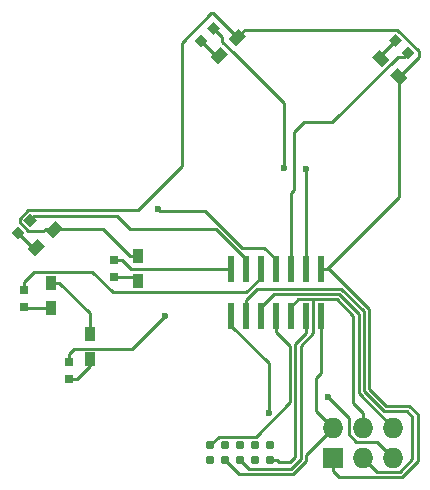
<source format=gbr>
G04 #@! TF.FileFunction,Copper,L2,Bot,Signal*
%FSLAX46Y46*%
G04 Gerber Fmt 4.6, Leading zero omitted, Abs format (unit mm)*
G04 Created by KiCad (PCBNEW 4.0.5+dfsg1-4) date Sun Sep 22 16:13:37 2019*
%MOMM*%
%LPD*%
G01*
G04 APERTURE LIST*
%ADD10C,0.100000*%
%ADD11R,0.797560X0.797560*%
%ADD12R,0.600000X2.200000*%
%ADD13C,0.787400*%
%ADD14R,1.727200X1.727200*%
%ADD15O,1.727200X1.727200*%
%ADD16R,0.900000X1.200000*%
%ADD17C,0.600000*%
%ADD18C,0.250000*%
G04 APERTURE END LIST*
D10*
G36*
X74189835Y-35228205D02*
X74753795Y-35792165D01*
X74189835Y-36356125D01*
X73625875Y-35792165D01*
X74189835Y-35228205D01*
X74189835Y-35228205D01*
G37*
G36*
X73130165Y-36287875D02*
X73694125Y-36851835D01*
X73130165Y-37415795D01*
X72566205Y-36851835D01*
X73130165Y-36287875D01*
X73130165Y-36287875D01*
G37*
G36*
X91263795Y-37867835D02*
X90699835Y-38431795D01*
X90135875Y-37867835D01*
X90699835Y-37303875D01*
X91263795Y-37867835D01*
X91263795Y-37867835D01*
G37*
G36*
X90204125Y-36808165D02*
X89640165Y-37372125D01*
X89076205Y-36808165D01*
X89640165Y-36244205D01*
X90204125Y-36808165D01*
X90204125Y-36808165D01*
G37*
D11*
X61976000Y-64020700D03*
X61976000Y-65519300D03*
X58166000Y-57924700D03*
X58166000Y-59423300D03*
D10*
G36*
X58680000Y-51484205D02*
X59243960Y-52048165D01*
X58680000Y-52612125D01*
X58116040Y-52048165D01*
X58680000Y-51484205D01*
X58680000Y-51484205D01*
G37*
G36*
X57620330Y-52543875D02*
X58184290Y-53107835D01*
X57620330Y-53671795D01*
X57056370Y-53107835D01*
X57620330Y-52543875D01*
X57620330Y-52543875D01*
G37*
D11*
X65786000Y-55384700D03*
X65786000Y-56883300D03*
D12*
X83312000Y-56166000D03*
X83312000Y-60166000D03*
X82042000Y-56166000D03*
X82042000Y-60166000D03*
X80772000Y-56166000D03*
X80772000Y-60166000D03*
X79502000Y-56166000D03*
X79502000Y-60166000D03*
X78232000Y-56166000D03*
X78232000Y-60166000D03*
X76962000Y-56166000D03*
X76962000Y-60166000D03*
X75692000Y-56166000D03*
X75692000Y-60166000D03*
D13*
X79030000Y-72360000D03*
X77760000Y-72360000D03*
X76490000Y-72360000D03*
X75220000Y-72360000D03*
X73950000Y-72360000D03*
X73950000Y-71090000D03*
X75220000Y-71090000D03*
X76490000Y-71090000D03*
X77760000Y-71090000D03*
X79030000Y-71090000D03*
D14*
X84328000Y-72136000D03*
D15*
X84328000Y-69596000D03*
X86868000Y-72136000D03*
X86868000Y-69596000D03*
X89408000Y-72136000D03*
X89408000Y-69596000D03*
D16*
X67818000Y-57234000D03*
X67818000Y-55034000D03*
D10*
G36*
X59060117Y-55114279D02*
X58423721Y-54477883D01*
X59272249Y-53629355D01*
X59908645Y-54265751D01*
X59060117Y-55114279D01*
X59060117Y-55114279D01*
G37*
G36*
X60615751Y-53558645D02*
X59979355Y-52922249D01*
X60827883Y-52073721D01*
X61464279Y-52710117D01*
X60615751Y-53558645D01*
X60615751Y-53558645D01*
G37*
D16*
X60452000Y-59520000D03*
X60452000Y-57320000D03*
X63754000Y-63838000D03*
X63754000Y-61638000D03*
D10*
G36*
X87631904Y-38232117D02*
X88268300Y-37595721D01*
X89116828Y-38444249D01*
X88480432Y-39080645D01*
X87631904Y-38232117D01*
X87631904Y-38232117D01*
G37*
G36*
X89187538Y-39787751D02*
X89823934Y-39151355D01*
X90672462Y-39999883D01*
X90036066Y-40636279D01*
X89187538Y-39787751D01*
X89187538Y-39787751D01*
G37*
G36*
X74554117Y-38858279D02*
X73917721Y-38221883D01*
X74766249Y-37373355D01*
X75402645Y-38009751D01*
X74554117Y-38858279D01*
X74554117Y-38858279D01*
G37*
G36*
X76109751Y-37302645D02*
X75473355Y-36666249D01*
X76321883Y-35817721D01*
X76958279Y-36454117D01*
X76109751Y-37302645D01*
X76109751Y-37302645D01*
G37*
D17*
X80147000Y-47620000D03*
X82042000Y-47700000D03*
X70090000Y-60160000D03*
X69490000Y-51070475D03*
X60721817Y-52816183D03*
X60452000Y-57320000D03*
X77760000Y-72360000D03*
X78877000Y-68380000D03*
X83937000Y-67040000D03*
D18*
X74930000Y-36920000D02*
X74930000Y-36532330D01*
X74930000Y-36532330D02*
X74189835Y-35792165D01*
X80147000Y-47620000D02*
X80147000Y-42100000D01*
X75977000Y-37930000D02*
X80147000Y-42100000D01*
X74930000Y-36920000D02*
X75940000Y-37930000D01*
X75940000Y-37930000D02*
X75977000Y-37930000D01*
X82042000Y-56166000D02*
X82042000Y-51365000D01*
X82042000Y-51365000D02*
X82042000Y-47700000D01*
X74660183Y-38115817D02*
X74394147Y-38115817D01*
X74394147Y-38115817D02*
X73130165Y-36851835D01*
X81855600Y-43739460D02*
X80995060Y-44600000D01*
X80772000Y-49720000D02*
X80772000Y-54816000D01*
X80995060Y-44600000D02*
X80995060Y-49496940D01*
X80995060Y-49496940D02*
X80772000Y-49720000D01*
X90699835Y-37867835D02*
X90347145Y-38220525D01*
X90347145Y-38220525D02*
X89802005Y-38220525D01*
X89802005Y-38220525D02*
X84283070Y-43739460D01*
X84283070Y-43739460D02*
X81855600Y-43739460D01*
X80772000Y-54816000D02*
X80772000Y-56166000D01*
X88376183Y-38338183D02*
X88376183Y-38072147D01*
X88376183Y-38072147D02*
X89640165Y-36808165D01*
X70090000Y-60160000D02*
X67337001Y-62912999D01*
X67337001Y-62912999D02*
X62434921Y-62912999D01*
X62434921Y-62912999D02*
X61976000Y-63371920D01*
X61976000Y-63371920D02*
X61976000Y-64020700D01*
X73477875Y-51245465D02*
X69664990Y-51245465D01*
X69664990Y-51245465D02*
X69490000Y-51070475D01*
X76622410Y-54390000D02*
X73477875Y-51245465D01*
X79502000Y-56166000D02*
X79502000Y-55366000D01*
X79502000Y-55366000D02*
X78526000Y-54390000D01*
X78526000Y-54390000D02*
X76622410Y-54390000D01*
X63754000Y-63838000D02*
X63754000Y-64390080D01*
X63754000Y-64390080D02*
X62624780Y-65519300D01*
X62624780Y-65519300D02*
X61976000Y-65519300D01*
X58166000Y-57924700D02*
X58166000Y-57275920D01*
X58166000Y-57275920D02*
X59046921Y-56394999D01*
X59046921Y-56394999D02*
X63915137Y-56394999D01*
X63915137Y-56394999D02*
X65679139Y-58159001D01*
X78232000Y-56909590D02*
X78232000Y-56166000D01*
X65679139Y-58159001D02*
X76982589Y-58159001D01*
X76982589Y-58159001D02*
X78232000Y-56909590D01*
X60452000Y-59520000D02*
X58262700Y-59520000D01*
X58262700Y-59520000D02*
X58166000Y-59423300D01*
X76962000Y-56166000D02*
X76962000Y-55366000D01*
X76962000Y-55366000D02*
X74406000Y-52810000D01*
X74406000Y-52810000D02*
X67154525Y-52810000D01*
X67154525Y-52810000D02*
X66040000Y-51695475D01*
X66040000Y-51695475D02*
X59048525Y-51695475D01*
X59048525Y-51695475D02*
X58695835Y-52048165D01*
X59166183Y-54371817D02*
X58900147Y-54371817D01*
X58900147Y-54371817D02*
X57636165Y-53107835D01*
X75692000Y-56166000D02*
X75142000Y-56166000D01*
X75142000Y-56166000D02*
X75135519Y-56159519D01*
X67209599Y-56159519D02*
X66434780Y-55384700D01*
X75135519Y-56159519D02*
X67209599Y-56159519D01*
X66434780Y-55384700D02*
X65786000Y-55384700D01*
X65786000Y-56883300D02*
X67467300Y-56883300D01*
X67467300Y-56883300D02*
X67818000Y-57234000D01*
X60721817Y-52816183D02*
X59985421Y-52816183D01*
X58545374Y-52937135D02*
X57791030Y-52182791D01*
X59985421Y-52816183D02*
X59864469Y-52937135D01*
X59864469Y-52937135D02*
X58545374Y-52937135D01*
X57791030Y-52182791D02*
X57791030Y-51913539D01*
X57791030Y-51913539D02*
X58545374Y-51159195D01*
X58545374Y-51159195D02*
X67833730Y-51159195D01*
X89931817Y-39893817D02*
X89931817Y-50096183D01*
X89931817Y-50096183D02*
X83862000Y-56166000D01*
X83862000Y-56166000D02*
X83312000Y-56166000D01*
X76215817Y-36560183D02*
X76856805Y-35919195D01*
X91588805Y-37733209D02*
X91588805Y-38236829D01*
X76856805Y-35919195D02*
X89774791Y-35919195D01*
X89774791Y-35919195D02*
X91588805Y-37733209D01*
X91588805Y-38236829D02*
X90320725Y-39504909D01*
X90320725Y-39504909D02*
X89931817Y-39893817D01*
X60721817Y-52816183D02*
X60600865Y-52937135D01*
X71520000Y-47472925D02*
X71520000Y-37030000D01*
X71520000Y-37030000D02*
X74020000Y-34530000D01*
X67833730Y-51159195D02*
X71520000Y-47472925D01*
X74020000Y-34530000D02*
X74185634Y-34530000D01*
X74185634Y-34530000D02*
X76215817Y-36560183D01*
X63754000Y-61638000D02*
X63754000Y-59922000D01*
X63754000Y-59922000D02*
X61152000Y-57320000D01*
X61152000Y-57320000D02*
X60452000Y-57320000D01*
X84328000Y-72136000D02*
X84328000Y-73249600D01*
X84328000Y-73249600D02*
X84853011Y-73774611D01*
X87401022Y-66316202D02*
X87401022Y-59565591D01*
X84853011Y-73774611D02*
X90164930Y-73774610D01*
X90164930Y-73774610D02*
X91496621Y-72442919D01*
X87401022Y-59565591D02*
X84001431Y-56166000D01*
X91496621Y-72442919D02*
X91496620Y-68490210D01*
X90746400Y-67739990D02*
X88824810Y-67739990D01*
X91496620Y-68490210D02*
X90746400Y-67739990D01*
X88824810Y-67739990D02*
X87401022Y-66316202D01*
X84001431Y-56166000D02*
X83862000Y-56166000D01*
X67818000Y-55034000D02*
X67118000Y-55034000D01*
X67118000Y-55034000D02*
X64900183Y-52816183D01*
X64900183Y-52816183D02*
X61458213Y-52816183D01*
X61458213Y-52816183D02*
X60721817Y-52816183D01*
X83312000Y-60166000D02*
X83312000Y-65010000D01*
X82890000Y-68170000D02*
X82890000Y-65432000D01*
X82890000Y-65432000D02*
X83312000Y-65010000D01*
X83300000Y-68580000D02*
X82890000Y-68170000D01*
X83312000Y-68580000D02*
X83300000Y-68580000D01*
X83312000Y-68580000D02*
X84328000Y-69596000D01*
X82040018Y-72471846D02*
X82040018Y-71883982D01*
X82040018Y-71883982D02*
X84328000Y-69596000D01*
X75220000Y-72360000D02*
X76388710Y-73528710D01*
X76388710Y-73528710D02*
X80983156Y-73528710D01*
X80983156Y-73528710D02*
X82040018Y-72471846D01*
X81140000Y-62520000D02*
X82042000Y-61618000D01*
X82042000Y-61618000D02*
X82042000Y-60166000D01*
X81140000Y-72099046D02*
X81140000Y-62520000D01*
X79030000Y-72360000D02*
X79586775Y-72360000D01*
X79586775Y-72360000D02*
X79772076Y-72545301D01*
X79772076Y-72545301D02*
X80693745Y-72545301D01*
X80693745Y-72545301D02*
X81140000Y-72099046D01*
X82602001Y-58740999D02*
X82667001Y-58805999D01*
X77208701Y-73078701D02*
X76883699Y-72753699D01*
X82667001Y-58805999D02*
X82667001Y-61629409D01*
X80791299Y-73078701D02*
X77208701Y-73078701D01*
X82667001Y-61629409D02*
X81590010Y-62706400D01*
X81590010Y-62706400D02*
X81590009Y-72285447D01*
X80880145Y-72995311D02*
X80874689Y-72995311D01*
X81590009Y-72285447D02*
X80880145Y-72995311D01*
X80874689Y-72995311D02*
X80791299Y-73078701D01*
X76883699Y-72753699D02*
X76490000Y-72360000D01*
X82602001Y-58740999D02*
X84644589Y-58740999D01*
X84644589Y-58740999D02*
X86050992Y-60147402D01*
X86050992Y-60147402D02*
X86050992Y-67557678D01*
X86050992Y-67557678D02*
X86868000Y-68374686D01*
X86868000Y-68374686D02*
X86868000Y-69596000D01*
X80772000Y-60166000D02*
X80772000Y-59366000D01*
X80772000Y-59366000D02*
X81397001Y-58740999D01*
X81397001Y-58740999D02*
X82602001Y-58740999D01*
X79502000Y-60166000D02*
X79502000Y-61516000D01*
X79502000Y-61516000D02*
X80689990Y-62703990D01*
X80689990Y-62703990D02*
X80689990Y-67460010D01*
X80689990Y-67460010D02*
X77778701Y-70371299D01*
X77778701Y-70371299D02*
X74668701Y-70371299D01*
X74668701Y-70371299D02*
X73950000Y-71090000D01*
X78232000Y-60166000D02*
X78232000Y-59366000D01*
X86501002Y-59961002D02*
X86501002Y-66689002D01*
X78232000Y-59366000D02*
X79307013Y-58290988D01*
X86501002Y-66689002D02*
X89408000Y-69596000D01*
X79307013Y-58290988D02*
X84830990Y-58290990D01*
X84830990Y-58290990D02*
X86501002Y-59961002D01*
X76962000Y-60166000D02*
X76962000Y-58816000D01*
X85040000Y-57863590D02*
X86951012Y-59774602D01*
X91046611Y-72256519D02*
X89978529Y-73324601D01*
X76962000Y-58816000D02*
X77937021Y-57840979D01*
X85040000Y-57840979D02*
X85040000Y-57863590D01*
X77937021Y-57840979D02*
X85040000Y-57840979D01*
X86951012Y-59774602D02*
X86951012Y-66502602D01*
X86951012Y-66502602D02*
X88638410Y-68190000D01*
X88638410Y-68190000D02*
X90560000Y-68190000D01*
X88056601Y-73324601D02*
X87731599Y-72999599D01*
X90560000Y-68190000D02*
X91046611Y-68676611D01*
X91046611Y-68676611D02*
X91046611Y-72256519D01*
X87731599Y-72999599D02*
X86868000Y-72136000D01*
X89978529Y-73324601D02*
X88056601Y-73324601D01*
X75692000Y-60166000D02*
X75692000Y-60966000D01*
X75692000Y-60966000D02*
X78877000Y-64151000D01*
X78877000Y-64151000D02*
X78877000Y-67955736D01*
X78877000Y-68380000D02*
X78877000Y-67955736D01*
X89408000Y-72136000D02*
X88056601Y-70784601D01*
X88056601Y-70784601D02*
X86297471Y-70784601D01*
X86297471Y-70784601D02*
X85679399Y-70166529D01*
X85679399Y-70166529D02*
X85679399Y-68782399D01*
X85679399Y-68782399D02*
X83937000Y-67040000D01*
X75692000Y-59366000D02*
X75692000Y-60166000D01*
M02*

</source>
